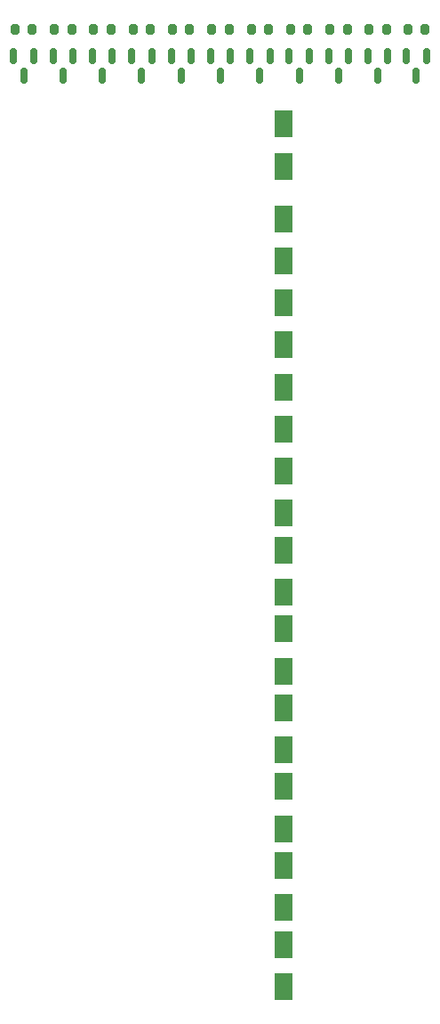
<source format=gbr>
%TF.GenerationSoftware,KiCad,Pcbnew,6.0.10+dfsg-2*%
%TF.CreationDate,2023-01-31T20:00:01-05:00*%
%TF.ProjectId,StoveRelays,53746f76-6552-4656-9c61-79732e6b6963,rev?*%
%TF.SameCoordinates,Original*%
%TF.FileFunction,Paste,Top*%
%TF.FilePolarity,Positive*%
%FSLAX46Y46*%
G04 Gerber Fmt 4.6, Leading zero omitted, Abs format (unit mm)*
G04 Created by KiCad (PCBNEW 6.0.10+dfsg-2) date 2023-01-31 20:00:01*
%MOMM*%
%LPD*%
G01*
G04 APERTURE LIST*
G04 Aperture macros list*
%AMRoundRect*
0 Rectangle with rounded corners*
0 $1 Rounding radius*
0 $2 $3 $4 $5 $6 $7 $8 $9 X,Y pos of 4 corners*
0 Add a 4 corners polygon primitive as box body*
4,1,4,$2,$3,$4,$5,$6,$7,$8,$9,$2,$3,0*
0 Add four circle primitives for the rounded corners*
1,1,$1+$1,$2,$3*
1,1,$1+$1,$4,$5*
1,1,$1+$1,$6,$7*
1,1,$1+$1,$8,$9*
0 Add four rect primitives between the rounded corners*
20,1,$1+$1,$2,$3,$4,$5,0*
20,1,$1+$1,$4,$5,$6,$7,0*
20,1,$1+$1,$6,$7,$8,$9,0*
20,1,$1+$1,$8,$9,$2,$3,0*%
G04 Aperture macros list end*
%ADD10RoundRect,0.200000X-0.200000X-0.275000X0.200000X-0.275000X0.200000X0.275000X-0.200000X0.275000X0*%
%ADD11R,1.800000X2.500000*%
%ADD12RoundRect,0.150000X-0.150000X0.587500X-0.150000X-0.587500X0.150000X-0.587500X0.150000X0.587500X0*%
G04 APERTURE END LIST*
D10*
%TO.C,R2*%
X126425000Y-59500000D03*
X128075000Y-59500000D03*
%TD*%
D11*
%TO.C,D6*%
X144500000Y-139000000D03*
X144500000Y-143000000D03*
%TD*%
D12*
%TO.C,Q9*%
X158112500Y-62062500D03*
X156212500Y-62062500D03*
X157162500Y-63937500D03*
%TD*%
D11*
%TO.C,D2*%
X144500000Y-109000000D03*
X144500000Y-113000000D03*
%TD*%
D12*
%TO.C,Q5*%
X131950000Y-62062500D03*
X130050000Y-62062500D03*
X131000000Y-63937500D03*
%TD*%
%TO.C,Q4*%
X124450000Y-62062500D03*
X122550000Y-62062500D03*
X123500000Y-63937500D03*
%TD*%
D11*
%TO.C,D10*%
X144500000Y-101500000D03*
X144500000Y-105500000D03*
%TD*%
D10*
%TO.C,R6*%
X137675000Y-59500000D03*
X139325000Y-59500000D03*
%TD*%
D11*
%TO.C,D4*%
X144500000Y-93500000D03*
X144500000Y-97500000D03*
%TD*%
%TO.C,D11*%
X144500000Y-116500000D03*
X144500000Y-120500000D03*
%TD*%
D12*
%TO.C,Q1*%
X135700000Y-62062500D03*
X133800000Y-62062500D03*
X134750000Y-63937500D03*
%TD*%
%TO.C,Q11*%
X146950000Y-62062500D03*
X145050000Y-62062500D03*
X146000000Y-63937500D03*
%TD*%
D10*
%TO.C,R11*%
X145175000Y-59500000D03*
X146825000Y-59500000D03*
%TD*%
D11*
%TO.C,D3*%
X144500000Y-77500000D03*
X144500000Y-81500000D03*
%TD*%
D10*
%TO.C,R7*%
X141425000Y-59500000D03*
X143075000Y-59500000D03*
%TD*%
D12*
%TO.C,Q2*%
X128200000Y-62062500D03*
X126300000Y-62062500D03*
X127250000Y-63937500D03*
%TD*%
D10*
%TO.C,R5*%
X130175000Y-59500000D03*
X131825000Y-59500000D03*
%TD*%
%TO.C,R3*%
X118925000Y-59500000D03*
X120575000Y-59500000D03*
%TD*%
%TO.C,R9*%
X156337500Y-59500000D03*
X157987500Y-59500000D03*
%TD*%
D11*
%TO.C,D1*%
X144500000Y-146500000D03*
X144500000Y-150500000D03*
%TD*%
D10*
%TO.C,R10*%
X148925000Y-59500000D03*
X150575000Y-59500000D03*
%TD*%
%TO.C,R4*%
X122675000Y-59500000D03*
X124325000Y-59500000D03*
%TD*%
%TO.C,R1*%
X133925000Y-59500000D03*
X135575000Y-59500000D03*
%TD*%
%TO.C,R8*%
X152675000Y-59500000D03*
X154325000Y-59500000D03*
%TD*%
D12*
%TO.C,Q3*%
X120700000Y-62062500D03*
X118800000Y-62062500D03*
X119750000Y-63937500D03*
%TD*%
D11*
%TO.C,D8*%
X144500000Y-85500000D03*
X144500000Y-89500000D03*
%TD*%
D12*
%TO.C,Q8*%
X154450000Y-62062500D03*
X152550000Y-62062500D03*
X153500000Y-63937500D03*
%TD*%
D11*
%TO.C,D9*%
X144500000Y-68500000D03*
X144500000Y-72500000D03*
%TD*%
D12*
%TO.C,Q7*%
X143200000Y-62062500D03*
X141300000Y-62062500D03*
X142250000Y-63937500D03*
%TD*%
D11*
%TO.C,D5*%
X144500000Y-131500000D03*
X144500000Y-135500000D03*
%TD*%
D12*
%TO.C,Q10*%
X150700000Y-62062500D03*
X148800000Y-62062500D03*
X149750000Y-63937500D03*
%TD*%
D11*
%TO.C,D7*%
X144500000Y-124000000D03*
X144500000Y-128000000D03*
%TD*%
D12*
%TO.C,Q6*%
X139450000Y-62062500D03*
X137550000Y-62062500D03*
X138500000Y-63937500D03*
%TD*%
M02*

</source>
